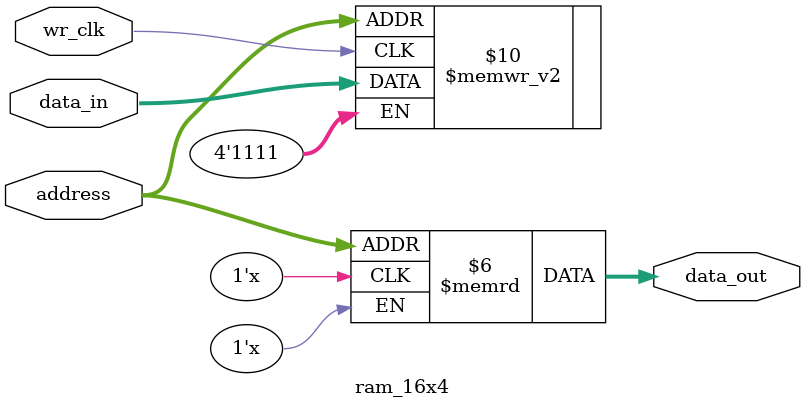
<source format=v>




module ram_16x4 (address, data_in, wr_clk, data_out);
   
   // change following two parameters to define memory size
   parameter ADDR_W = 4;       // number of bits in memory address
   parameter DATA_W = 4;       // number of bits in each memory location

   // the following calculates memory size as 2 ^ <bits in address>
   parameter MEM_SIZE = 1 << ADDR_W;


   input wire  [ADDR_W-1:0] address;   // need 4 bits to specify 16 locations
   input wire  [DATA_W-1:0] data_in;
   input wire  wr_clk;                 // data_in stored on rising clock edge
   output wire [DATA_W-1:0] data_out;  // data_out changes when address changes


   reg [DATA_W-1:0] ram_array [MEM_SIZE-1:0];  // declare an array of 16 4-bit vectors

   always @(posedge wr_clk)
   begin
    ram_array[address] <= data_in;
   end

   assign data_out = ram_array[address];
endmodule
</source>
